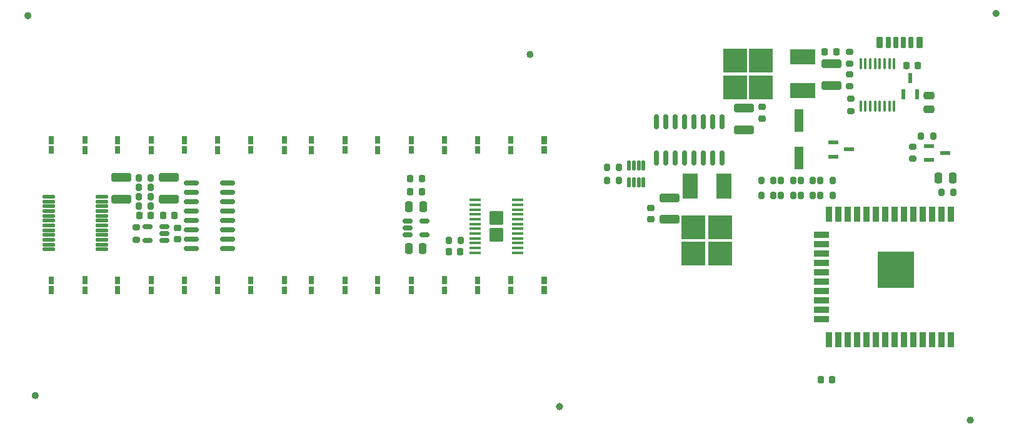
<source format=gtp>
G04 #@! TF.GenerationSoftware,KiCad,Pcbnew,(6.0.5-0)*
G04 #@! TF.CreationDate,2022-10-09T22:32:15+09:00*
G04 #@! TF.ProjectId,qLAMP-main,714c414d-502d-46d6-9169-6e2e6b696361,rev?*
G04 #@! TF.SameCoordinates,Original*
G04 #@! TF.FileFunction,Paste,Top*
G04 #@! TF.FilePolarity,Positive*
%FSLAX46Y46*%
G04 Gerber Fmt 4.6, Leading zero omitted, Abs format (unit mm)*
G04 Created by KiCad (PCBNEW (6.0.5-0)) date 2022-10-09 22:32:15*
%MOMM*%
%LPD*%
G01*
G04 APERTURE LIST*
G04 Aperture macros list*
%AMRoundRect*
0 Rectangle with rounded corners*
0 $1 Rounding radius*
0 $2 $3 $4 $5 $6 $7 $8 $9 X,Y pos of 4 corners*
0 Add a 4 corners polygon primitive as box body*
4,1,4,$2,$3,$4,$5,$6,$7,$8,$9,$2,$3,0*
0 Add four circle primitives for the rounded corners*
1,1,$1+$1,$2,$3*
1,1,$1+$1,$4,$5*
1,1,$1+$1,$6,$7*
1,1,$1+$1,$8,$9*
0 Add four rect primitives between the rounded corners*
20,1,$1+$1,$2,$3,$4,$5,0*
20,1,$1+$1,$4,$5,$6,$7,0*
20,1,$1+$1,$6,$7,$8,$9,0*
20,1,$1+$1,$8,$9,$2,$3,0*%
G04 Aperture macros list end*
%ADD10C,0.475000*%
%ADD11C,0.120000*%
%ADD12RoundRect,0.100000X-0.100000X0.637500X-0.100000X-0.637500X0.100000X-0.637500X0.100000X0.637500X0*%
%ADD13RoundRect,0.150000X-0.512500X-0.150000X0.512500X-0.150000X0.512500X0.150000X-0.512500X0.150000X0*%
%ADD14RoundRect,0.250000X-0.250000X-0.475000X0.250000X-0.475000X0.250000X0.475000X-0.250000X0.475000X0*%
%ADD15R,1.219200X3.098800*%
%ADD16RoundRect,0.225000X-0.225000X-0.250000X0.225000X-0.250000X0.225000X0.250000X-0.225000X0.250000X0*%
%ADD17RoundRect,0.250000X1.100000X-0.325000X1.100000X0.325000X-1.100000X0.325000X-1.100000X-0.325000X0*%
%ADD18RoundRect,0.225000X0.250000X-0.225000X0.250000X0.225000X-0.250000X0.225000X-0.250000X-0.225000X0*%
%ADD19RoundRect,0.250000X-1.100000X0.325000X-1.100000X-0.325000X1.100000X-0.325000X1.100000X0.325000X0*%
%ADD20RoundRect,0.225000X-0.250000X0.225000X-0.250000X-0.225000X0.250000X-0.225000X0.250000X0.225000X0*%
%ADD21RoundRect,0.250000X0.250000X0.475000X-0.250000X0.475000X-0.250000X-0.475000X0.250000X-0.475000X0*%
%ADD22RoundRect,0.109795X0.765205X0.109794X-0.765205X0.109794X-0.765205X-0.109794X0.765205X-0.109794X0*%
%ADD23RoundRect,0.109795X0.109795X-0.552705X0.109795X0.552705X-0.109795X0.552705X-0.109795X-0.552705X0*%
%ADD24RoundRect,0.150000X0.512500X0.150000X-0.512500X0.150000X-0.512500X-0.150000X0.512500X-0.150000X0*%
%ADD25RoundRect,0.200000X-0.200000X-0.275000X0.200000X-0.275000X0.200000X0.275000X-0.200000X0.275000X0*%
%ADD26RoundRect,0.150000X-0.150000X0.825000X-0.150000X-0.825000X0.150000X-0.825000X0.150000X0.825000X0*%
%ADD27R,1.320800X0.558800*%
%ADD28R,0.558800X1.320800*%
%ADD29RoundRect,0.250000X0.715000X0.695000X-0.715000X0.695000X-0.715000X-0.695000X0.715000X-0.695000X0*%
%ADD30RoundRect,0.100000X0.687500X0.100000X-0.687500X0.100000X-0.687500X-0.100000X0.687500X-0.100000X0*%
%ADD31RoundRect,0.200000X0.200000X0.275000X-0.200000X0.275000X-0.200000X-0.275000X0.200000X-0.275000X0*%
%ADD32RoundRect,0.200000X-0.275000X0.200000X-0.275000X-0.200000X0.275000X-0.200000X0.275000X0.200000X0*%
%ADD33RoundRect,0.225000X0.225000X0.250000X-0.225000X0.250000X-0.225000X-0.250000X0.225000X-0.250000X0*%
%ADD34RoundRect,0.100000X0.250000X0.650000X-0.250000X0.650000X-0.250000X-0.650000X0.250000X-0.650000X0*%
%ADD35RoundRect,0.100000X0.300000X0.650000X-0.300000X0.650000X-0.300000X-0.650000X0.300000X-0.650000X0*%
%ADD36RoundRect,0.150000X-0.825000X-0.150000X0.825000X-0.150000X0.825000X0.150000X-0.825000X0.150000X0*%
%ADD37RoundRect,0.250000X0.475000X-0.250000X0.475000X0.250000X-0.475000X0.250000X-0.475000X-0.250000X0*%
%ADD38R,0.900000X2.000000*%
%ADD39R,2.000000X0.900000*%
%ADD40R,5.000000X5.000000*%
%ADD41R,3.300000X3.300000*%
%ADD42R,3.500000X2.000000*%
%ADD43R,2.000000X3.500000*%
%ADD44RoundRect,0.200000X0.275000X-0.200000X0.275000X0.200000X-0.275000X0.200000X-0.275000X-0.200000X0*%
G04 APERTURE END LIST*
D10*
X148473500Y-128000000D02*
G75*
G03*
X148473500Y-128000000I-237500J0D01*
G01*
X77473500Y-126500000D02*
G75*
G03*
X77473500Y-126500000I-237500J0D01*
G01*
X76473500Y-75000000D02*
G75*
G03*
X76473500Y-75000000I-237500J0D01*
G01*
X204097500Y-129840000D02*
G75*
G03*
X204097500Y-129840000I-237500J0D01*
G01*
X144475700Y-80249000D02*
G75*
G03*
X144475700Y-80249000I-237500J0D01*
G01*
X207587500Y-74695000D02*
G75*
G03*
X207587500Y-74695000I-237500J0D01*
G01*
G36*
X123892203Y-111301631D02*
G01*
X123292203Y-111301631D01*
X123292203Y-110301631D01*
X123892203Y-110301631D01*
X123892203Y-111301631D01*
G37*
D11*
X123892203Y-111301631D02*
X123292203Y-111301631D01*
X123292203Y-110301631D01*
X123892203Y-110301631D01*
X123892203Y-111301631D01*
G36*
X128422203Y-112651631D02*
G01*
X127822203Y-112651631D01*
X127822203Y-111651631D01*
X128422203Y-111651631D01*
X128422203Y-112651631D01*
G37*
X128422203Y-112651631D02*
X127822203Y-112651631D01*
X127822203Y-111651631D01*
X128422203Y-111651631D01*
X128422203Y-112651631D01*
G36*
X123892203Y-112701631D02*
G01*
X123292203Y-112701631D01*
X123292203Y-111701631D01*
X123892203Y-111701631D01*
X123892203Y-112701631D01*
G37*
X123892203Y-112701631D02*
X123292203Y-112701631D01*
X123292203Y-111701631D01*
X123892203Y-111701631D01*
X123892203Y-112701631D01*
G36*
X128422203Y-111351631D02*
G01*
X127822203Y-111351631D01*
X127822203Y-110351631D01*
X128422203Y-110351631D01*
X128422203Y-111351631D01*
G37*
X128422203Y-111351631D02*
X127822203Y-111351631D01*
X127822203Y-110351631D01*
X128422203Y-110351631D01*
X128422203Y-111351631D01*
G36*
X132892211Y-93702076D02*
G01*
X132292211Y-93702076D01*
X132292211Y-92702076D01*
X132892211Y-92702076D01*
X132892211Y-93702076D01*
G37*
X132892211Y-93702076D02*
X132292211Y-93702076D01*
X132292211Y-92702076D01*
X132892211Y-92702076D01*
X132892211Y-93702076D01*
G36*
X137422211Y-93652076D02*
G01*
X136822211Y-93652076D01*
X136822211Y-92652076D01*
X137422211Y-92652076D01*
X137422211Y-93652076D01*
G37*
X137422211Y-93652076D02*
X136822211Y-93652076D01*
X136822211Y-92652076D01*
X137422211Y-92652076D01*
X137422211Y-93652076D01*
G36*
X132892211Y-92302076D02*
G01*
X132292211Y-92302076D01*
X132292211Y-91302076D01*
X132892211Y-91302076D01*
X132892211Y-92302076D01*
G37*
X132892211Y-92302076D02*
X132292211Y-92302076D01*
X132292211Y-91302076D01*
X132892211Y-91302076D01*
X132892211Y-92302076D01*
G36*
X137422211Y-92352076D02*
G01*
X136822211Y-92352076D01*
X136822211Y-91352076D01*
X137422211Y-91352076D01*
X137422211Y-92352076D01*
G37*
X137422211Y-92352076D02*
X136822211Y-92352076D01*
X136822211Y-91352076D01*
X137422211Y-91352076D01*
X137422211Y-92352076D01*
G36*
X97672215Y-112651631D02*
G01*
X97072215Y-112651631D01*
X97072215Y-111651631D01*
X97672215Y-111651631D01*
X97672215Y-112651631D01*
G37*
X97672215Y-112651631D02*
X97072215Y-112651631D01*
X97072215Y-111651631D01*
X97672215Y-111651631D01*
X97672215Y-112651631D01*
G36*
X97672215Y-111351631D02*
G01*
X97072215Y-111351631D01*
X97072215Y-110351631D01*
X97672215Y-110351631D01*
X97672215Y-111351631D01*
G37*
X97672215Y-111351631D02*
X97072215Y-111351631D01*
X97072215Y-110351631D01*
X97672215Y-110351631D01*
X97672215Y-111351631D01*
G36*
X102202215Y-111301631D02*
G01*
X101602215Y-111301631D01*
X101602215Y-110301631D01*
X102202215Y-110301631D01*
X102202215Y-111301631D01*
G37*
X102202215Y-111301631D02*
X101602215Y-111301631D01*
X101602215Y-110301631D01*
X102202215Y-110301631D01*
X102202215Y-111301631D01*
G36*
X102202215Y-112701631D02*
G01*
X101602215Y-112701631D01*
X101602215Y-111701631D01*
X102202215Y-111701631D01*
X102202215Y-112701631D01*
G37*
X102202215Y-112701631D02*
X101602215Y-112701631D01*
X101602215Y-111701631D01*
X102202215Y-111701631D01*
X102202215Y-112701631D01*
G36*
X97672215Y-92352076D02*
G01*
X97072215Y-92352076D01*
X97072215Y-91352076D01*
X97672215Y-91352076D01*
X97672215Y-92352076D01*
G37*
X97672215Y-92352076D02*
X97072215Y-92352076D01*
X97072215Y-91352076D01*
X97672215Y-91352076D01*
X97672215Y-92352076D01*
G36*
X102202215Y-92302076D02*
G01*
X101602215Y-92302076D01*
X101602215Y-91302076D01*
X102202215Y-91302076D01*
X102202215Y-92302076D01*
G37*
X102202215Y-92302076D02*
X101602215Y-92302076D01*
X101602215Y-91302076D01*
X102202215Y-91302076D01*
X102202215Y-92302076D01*
G36*
X97672215Y-93652076D02*
G01*
X97072215Y-93652076D01*
X97072215Y-92652076D01*
X97672215Y-92652076D01*
X97672215Y-93652076D01*
G37*
X97672215Y-93652076D02*
X97072215Y-93652076D01*
X97072215Y-92652076D01*
X97672215Y-92652076D01*
X97672215Y-93652076D01*
G36*
X102202215Y-93702076D02*
G01*
X101602215Y-93702076D01*
X101602215Y-92702076D01*
X102202215Y-92702076D01*
X102202215Y-93702076D01*
G37*
X102202215Y-93702076D02*
X101602215Y-93702076D01*
X101602215Y-92702076D01*
X102202215Y-92702076D01*
X102202215Y-93702076D01*
G36*
X84202200Y-111301631D02*
G01*
X83602200Y-111301631D01*
X83602200Y-110301631D01*
X84202200Y-110301631D01*
X84202200Y-111301631D01*
G37*
X84202200Y-111301631D02*
X83602200Y-111301631D01*
X83602200Y-110301631D01*
X84202200Y-110301631D01*
X84202200Y-111301631D01*
G36*
X84202200Y-112701631D02*
G01*
X83602200Y-112701631D01*
X83602200Y-111701631D01*
X84202200Y-111701631D01*
X84202200Y-112701631D01*
G37*
X84202200Y-112701631D02*
X83602200Y-112701631D01*
X83602200Y-111701631D01*
X84202200Y-111701631D01*
X84202200Y-112701631D01*
G36*
X79672200Y-112651631D02*
G01*
X79072200Y-112651631D01*
X79072200Y-111651631D01*
X79672200Y-111651631D01*
X79672200Y-112651631D01*
G37*
X79672200Y-112651631D02*
X79072200Y-112651631D01*
X79072200Y-111651631D01*
X79672200Y-111651631D01*
X79672200Y-112651631D01*
G36*
X79672200Y-111351631D02*
G01*
X79072200Y-111351631D01*
X79072200Y-110351631D01*
X79672200Y-110351631D01*
X79672200Y-111351631D01*
G37*
X79672200Y-111351631D02*
X79072200Y-111351631D01*
X79072200Y-110351631D01*
X79672200Y-110351631D01*
X79672200Y-111351631D01*
G36*
X119422221Y-112651631D02*
G01*
X118822221Y-112651631D01*
X118822221Y-111651631D01*
X119422221Y-111651631D01*
X119422221Y-112651631D01*
G37*
X119422221Y-112651631D02*
X118822221Y-112651631D01*
X118822221Y-111651631D01*
X119422221Y-111651631D01*
X119422221Y-112651631D01*
G36*
X114892221Y-111301631D02*
G01*
X114292221Y-111301631D01*
X114292221Y-110301631D01*
X114892221Y-110301631D01*
X114892221Y-111301631D01*
G37*
X114892221Y-111301631D02*
X114292221Y-111301631D01*
X114292221Y-110301631D01*
X114892221Y-110301631D01*
X114892221Y-111301631D01*
G36*
X114892221Y-112701631D02*
G01*
X114292221Y-112701631D01*
X114292221Y-111701631D01*
X114892221Y-111701631D01*
X114892221Y-112701631D01*
G37*
X114892221Y-112701631D02*
X114292221Y-112701631D01*
X114292221Y-111701631D01*
X114892221Y-111701631D01*
X114892221Y-112701631D01*
G36*
X119422221Y-111351631D02*
G01*
X118822221Y-111351631D01*
X118822221Y-110351631D01*
X119422221Y-110351631D01*
X119422221Y-111351631D01*
G37*
X119422221Y-111351631D02*
X118822221Y-111351631D01*
X118822221Y-110351631D01*
X119422221Y-110351631D01*
X119422221Y-111351631D01*
G36*
X111202222Y-112701631D02*
G01*
X110602222Y-112701631D01*
X110602222Y-111701631D01*
X111202222Y-111701631D01*
X111202222Y-112701631D01*
G37*
X111202222Y-112701631D02*
X110602222Y-112701631D01*
X110602222Y-111701631D01*
X111202222Y-111701631D01*
X111202222Y-112701631D01*
G36*
X106672222Y-111351631D02*
G01*
X106072222Y-111351631D01*
X106072222Y-110351631D01*
X106672222Y-110351631D01*
X106672222Y-111351631D01*
G37*
X106672222Y-111351631D02*
X106072222Y-111351631D01*
X106072222Y-110351631D01*
X106672222Y-110351631D01*
X106672222Y-111351631D01*
G36*
X111202222Y-111301631D02*
G01*
X110602222Y-111301631D01*
X110602222Y-110301631D01*
X111202222Y-110301631D01*
X111202222Y-111301631D01*
G37*
X111202222Y-111301631D02*
X110602222Y-111301631D01*
X110602222Y-110301631D01*
X111202222Y-110301631D01*
X111202222Y-111301631D01*
G36*
X106672222Y-112651631D02*
G01*
X106072222Y-112651631D01*
X106072222Y-111651631D01*
X106672222Y-111651631D01*
X106672222Y-112651631D01*
G37*
X106672222Y-112651631D02*
X106072222Y-112651631D01*
X106072222Y-111651631D01*
X106672222Y-111651631D01*
X106672222Y-112651631D01*
G36*
X114892221Y-92302076D02*
G01*
X114292221Y-92302076D01*
X114292221Y-91302076D01*
X114892221Y-91302076D01*
X114892221Y-92302076D01*
G37*
X114892221Y-92302076D02*
X114292221Y-92302076D01*
X114292221Y-91302076D01*
X114892221Y-91302076D01*
X114892221Y-92302076D01*
G36*
X119422221Y-93652076D02*
G01*
X118822221Y-93652076D01*
X118822221Y-92652076D01*
X119422221Y-92652076D01*
X119422221Y-93652076D01*
G37*
X119422221Y-93652076D02*
X118822221Y-93652076D01*
X118822221Y-92652076D01*
X119422221Y-92652076D01*
X119422221Y-93652076D01*
G36*
X114892221Y-93702076D02*
G01*
X114292221Y-93702076D01*
X114292221Y-92702076D01*
X114892221Y-92702076D01*
X114892221Y-93702076D01*
G37*
X114892221Y-93702076D02*
X114292221Y-93702076D01*
X114292221Y-92702076D01*
X114892221Y-92702076D01*
X114892221Y-93702076D01*
G36*
X119422221Y-92352076D02*
G01*
X118822221Y-92352076D01*
X118822221Y-91352076D01*
X119422221Y-91352076D01*
X119422221Y-92352076D01*
G37*
X119422221Y-92352076D02*
X118822221Y-92352076D01*
X118822221Y-91352076D01*
X119422221Y-91352076D01*
X119422221Y-92352076D01*
G36*
X106672222Y-93652076D02*
G01*
X106072222Y-93652076D01*
X106072222Y-92652076D01*
X106672222Y-92652076D01*
X106672222Y-93652076D01*
G37*
X106672222Y-93652076D02*
X106072222Y-93652076D01*
X106072222Y-92652076D01*
X106672222Y-92652076D01*
X106672222Y-93652076D01*
G36*
X106672222Y-92352076D02*
G01*
X106072222Y-92352076D01*
X106072222Y-91352076D01*
X106672222Y-91352076D01*
X106672222Y-92352076D01*
G37*
X106672222Y-92352076D02*
X106072222Y-92352076D01*
X106072222Y-91352076D01*
X106672222Y-91352076D01*
X106672222Y-92352076D01*
G36*
X111202222Y-93702076D02*
G01*
X110602222Y-93702076D01*
X110602222Y-92702076D01*
X111202222Y-92702076D01*
X111202222Y-93702076D01*
G37*
X111202222Y-93702076D02*
X110602222Y-93702076D01*
X110602222Y-92702076D01*
X111202222Y-92702076D01*
X111202222Y-93702076D01*
G36*
X111202222Y-92302076D02*
G01*
X110602222Y-92302076D01*
X110602222Y-91302076D01*
X111202222Y-91302076D01*
X111202222Y-92302076D01*
G37*
X111202222Y-92302076D02*
X110602222Y-92302076D01*
X110602222Y-91302076D01*
X111202222Y-91302076D01*
X111202222Y-92302076D01*
G36*
X88672208Y-111351631D02*
G01*
X88072208Y-111351631D01*
X88072208Y-110351631D01*
X88672208Y-110351631D01*
X88672208Y-111351631D01*
G37*
X88672208Y-111351631D02*
X88072208Y-111351631D01*
X88072208Y-110351631D01*
X88672208Y-110351631D01*
X88672208Y-111351631D01*
G36*
X93202208Y-111301631D02*
G01*
X92602208Y-111301631D01*
X92602208Y-110301631D01*
X93202208Y-110301631D01*
X93202208Y-111301631D01*
G37*
X93202208Y-111301631D02*
X92602208Y-111301631D01*
X92602208Y-110301631D01*
X93202208Y-110301631D01*
X93202208Y-111301631D01*
G36*
X88672208Y-112651631D02*
G01*
X88072208Y-112651631D01*
X88072208Y-111651631D01*
X88672208Y-111651631D01*
X88672208Y-112651631D01*
G37*
X88672208Y-112651631D02*
X88072208Y-112651631D01*
X88072208Y-111651631D01*
X88672208Y-111651631D01*
X88672208Y-112651631D01*
G36*
X93202208Y-112701631D02*
G01*
X92602208Y-112701631D01*
X92602208Y-111701631D01*
X93202208Y-111701631D01*
X93202208Y-112701631D01*
G37*
X93202208Y-112701631D02*
X92602208Y-112701631D01*
X92602208Y-111701631D01*
X93202208Y-111701631D01*
X93202208Y-112701631D01*
G36*
X123892203Y-92302076D02*
G01*
X123292203Y-92302076D01*
X123292203Y-91302076D01*
X123892203Y-91302076D01*
X123892203Y-92302076D01*
G37*
X123892203Y-92302076D02*
X123292203Y-92302076D01*
X123292203Y-91302076D01*
X123892203Y-91302076D01*
X123892203Y-92302076D01*
G36*
X128422203Y-93652076D02*
G01*
X127822203Y-93652076D01*
X127822203Y-92652076D01*
X128422203Y-92652076D01*
X128422203Y-93652076D01*
G37*
X128422203Y-93652076D02*
X127822203Y-93652076D01*
X127822203Y-92652076D01*
X128422203Y-92652076D01*
X128422203Y-93652076D01*
G36*
X128422203Y-92352076D02*
G01*
X127822203Y-92352076D01*
X127822203Y-91352076D01*
X128422203Y-91352076D01*
X128422203Y-92352076D01*
G37*
X128422203Y-92352076D02*
X127822203Y-92352076D01*
X127822203Y-91352076D01*
X128422203Y-91352076D01*
X128422203Y-92352076D01*
G36*
X123892203Y-93702076D02*
G01*
X123292203Y-93702076D01*
X123292203Y-92702076D01*
X123892203Y-92702076D01*
X123892203Y-93702076D01*
G37*
X123892203Y-93702076D02*
X123292203Y-93702076D01*
X123292203Y-92702076D01*
X123892203Y-92702076D01*
X123892203Y-93702076D01*
G36*
X146422218Y-111351631D02*
G01*
X145822218Y-111351631D01*
X145822218Y-110351631D01*
X146422218Y-110351631D01*
X146422218Y-111351631D01*
G37*
X146422218Y-111351631D02*
X145822218Y-111351631D01*
X145822218Y-110351631D01*
X146422218Y-110351631D01*
X146422218Y-111351631D01*
G36*
X146422218Y-112651631D02*
G01*
X145822218Y-112651631D01*
X145822218Y-111651631D01*
X146422218Y-111651631D01*
X146422218Y-112651631D01*
G37*
X146422218Y-112651631D02*
X145822218Y-112651631D01*
X145822218Y-111651631D01*
X146422218Y-111651631D01*
X146422218Y-112651631D01*
G36*
X141892218Y-112701631D02*
G01*
X141292218Y-112701631D01*
X141292218Y-111701631D01*
X141892218Y-111701631D01*
X141892218Y-112701631D01*
G37*
X141892218Y-112701631D02*
X141292218Y-112701631D01*
X141292218Y-111701631D01*
X141892218Y-111701631D01*
X141892218Y-112701631D01*
G36*
X141892218Y-111301631D02*
G01*
X141292218Y-111301631D01*
X141292218Y-110301631D01*
X141892218Y-110301631D01*
X141892218Y-111301631D01*
G37*
X141892218Y-111301631D02*
X141292218Y-111301631D01*
X141292218Y-110301631D01*
X141892218Y-110301631D01*
X141892218Y-111301631D01*
G36*
X93202208Y-92302076D02*
G01*
X92602208Y-92302076D01*
X92602208Y-91302076D01*
X93202208Y-91302076D01*
X93202208Y-92302076D01*
G37*
X93202208Y-92302076D02*
X92602208Y-92302076D01*
X92602208Y-91302076D01*
X93202208Y-91302076D01*
X93202208Y-92302076D01*
G36*
X93202208Y-93702076D02*
G01*
X92602208Y-93702076D01*
X92602208Y-92702076D01*
X93202208Y-92702076D01*
X93202208Y-93702076D01*
G37*
X93202208Y-93702076D02*
X92602208Y-93702076D01*
X92602208Y-92702076D01*
X93202208Y-92702076D01*
X93202208Y-93702076D01*
G36*
X88672208Y-93652076D02*
G01*
X88072208Y-93652076D01*
X88072208Y-92652076D01*
X88672208Y-92652076D01*
X88672208Y-93652076D01*
G37*
X88672208Y-93652076D02*
X88072208Y-93652076D01*
X88072208Y-92652076D01*
X88672208Y-92652076D01*
X88672208Y-93652076D01*
G36*
X88672208Y-92352076D02*
G01*
X88072208Y-92352076D01*
X88072208Y-91352076D01*
X88672208Y-91352076D01*
X88672208Y-92352076D01*
G37*
X88672208Y-92352076D02*
X88072208Y-92352076D01*
X88072208Y-91352076D01*
X88672208Y-91352076D01*
X88672208Y-92352076D01*
G36*
X146422218Y-92352076D02*
G01*
X145822218Y-92352076D01*
X145822218Y-91352076D01*
X146422218Y-91352076D01*
X146422218Y-92352076D01*
G37*
X146422218Y-92352076D02*
X145822218Y-92352076D01*
X145822218Y-91352076D01*
X146422218Y-91352076D01*
X146422218Y-92352076D01*
G36*
X146422218Y-93652076D02*
G01*
X145822218Y-93652076D01*
X145822218Y-92652076D01*
X146422218Y-92652076D01*
X146422218Y-93652076D01*
G37*
X146422218Y-93652076D02*
X145822218Y-93652076D01*
X145822218Y-92652076D01*
X146422218Y-92652076D01*
X146422218Y-93652076D01*
G36*
X141892218Y-92302076D02*
G01*
X141292218Y-92302076D01*
X141292218Y-91302076D01*
X141892218Y-91302076D01*
X141892218Y-92302076D01*
G37*
X141892218Y-92302076D02*
X141292218Y-92302076D01*
X141292218Y-91302076D01*
X141892218Y-91302076D01*
X141892218Y-92302076D01*
G36*
X141892218Y-93702076D02*
G01*
X141292218Y-93702076D01*
X141292218Y-92702076D01*
X141892218Y-92702076D01*
X141892218Y-93702076D01*
G37*
X141892218Y-93702076D02*
X141292218Y-93702076D01*
X141292218Y-92702076D01*
X141892218Y-92702076D01*
X141892218Y-93702076D01*
G36*
X84202200Y-92302076D02*
G01*
X83602200Y-92302076D01*
X83602200Y-91302076D01*
X84202200Y-91302076D01*
X84202200Y-92302076D01*
G37*
X84202200Y-92302076D02*
X83602200Y-92302076D01*
X83602200Y-91302076D01*
X84202200Y-91302076D01*
X84202200Y-92302076D01*
G36*
X79672200Y-93652076D02*
G01*
X79072200Y-93652076D01*
X79072200Y-92652076D01*
X79672200Y-92652076D01*
X79672200Y-93652076D01*
G37*
X79672200Y-93652076D02*
X79072200Y-93652076D01*
X79072200Y-92652076D01*
X79672200Y-92652076D01*
X79672200Y-93652076D01*
G36*
X79672200Y-92352076D02*
G01*
X79072200Y-92352076D01*
X79072200Y-91352076D01*
X79672200Y-91352076D01*
X79672200Y-92352076D01*
G37*
X79672200Y-92352076D02*
X79072200Y-92352076D01*
X79072200Y-91352076D01*
X79672200Y-91352076D01*
X79672200Y-92352076D01*
G36*
X84202200Y-93702076D02*
G01*
X83602200Y-93702076D01*
X83602200Y-92702076D01*
X84202200Y-92702076D01*
X84202200Y-93702076D01*
G37*
X84202200Y-93702076D02*
X83602200Y-93702076D01*
X83602200Y-92702076D01*
X84202200Y-92702076D01*
X84202200Y-93702076D01*
G36*
X132892211Y-111301631D02*
G01*
X132292211Y-111301631D01*
X132292211Y-110301631D01*
X132892211Y-110301631D01*
X132892211Y-111301631D01*
G37*
X132892211Y-111301631D02*
X132292211Y-111301631D01*
X132292211Y-110301631D01*
X132892211Y-110301631D01*
X132892211Y-111301631D01*
G36*
X132892211Y-112701631D02*
G01*
X132292211Y-112701631D01*
X132292211Y-111701631D01*
X132892211Y-111701631D01*
X132892211Y-112701631D01*
G37*
X132892211Y-112701631D02*
X132292211Y-112701631D01*
X132292211Y-111701631D01*
X132892211Y-111701631D01*
X132892211Y-112701631D01*
G36*
X137422211Y-111351631D02*
G01*
X136822211Y-111351631D01*
X136822211Y-110351631D01*
X137422211Y-110351631D01*
X137422211Y-111351631D01*
G37*
X137422211Y-111351631D02*
X136822211Y-111351631D01*
X136822211Y-110351631D01*
X137422211Y-110351631D01*
X137422211Y-111351631D01*
G36*
X137422211Y-112651631D02*
G01*
X136822211Y-112651631D01*
X136822211Y-111651631D01*
X137422211Y-111651631D01*
X137422211Y-112651631D01*
G37*
X137422211Y-112651631D02*
X136822211Y-112651631D01*
X136822211Y-111651631D01*
X137422211Y-111651631D01*
X137422211Y-112651631D01*
D12*
X193553292Y-81537300D03*
X192903292Y-81537300D03*
X192253292Y-81537300D03*
X191603292Y-81537300D03*
X190953292Y-81537300D03*
X190303292Y-81537300D03*
X189653292Y-81537300D03*
X189003292Y-81537300D03*
X189003292Y-87262300D03*
X189653292Y-87262300D03*
X190303292Y-87262300D03*
X190953292Y-87262300D03*
X191603292Y-87262300D03*
X192253292Y-87262300D03*
X192903292Y-87262300D03*
X193553292Y-87262300D03*
D13*
X127665878Y-102840011D03*
X127665878Y-103790011D03*
X127665878Y-104740011D03*
X129940878Y-104740011D03*
X129940878Y-102840011D03*
D14*
X127853378Y-100919989D03*
X129753378Y-100919989D03*
D15*
X180659989Y-89207289D03*
X180659989Y-94312689D03*
D16*
X128028376Y-98850000D03*
X129578376Y-98850000D03*
D17*
X173230000Y-90475000D03*
X173230000Y-87525000D03*
D18*
X175700000Y-88945000D03*
X175700000Y-87395000D03*
D19*
X185060000Y-81515000D03*
X185060000Y-84465000D03*
D20*
X160570000Y-101065000D03*
X160570000Y-102615000D03*
D21*
X129733376Y-106560000D03*
X127833376Y-106560000D03*
D16*
X195195000Y-81780000D03*
X196745000Y-81780000D03*
D17*
X95290005Y-99884989D03*
X95290005Y-96934989D03*
D22*
X86295999Y-106695011D03*
X86295999Y-106045013D03*
X86295999Y-105395012D03*
X86295999Y-104745012D03*
X86295999Y-104095012D03*
X86295999Y-103445012D03*
X86295999Y-102795012D03*
X86295999Y-102145012D03*
X86295999Y-101495012D03*
X86295999Y-100845012D03*
X86295999Y-100195011D03*
X86295999Y-99545013D03*
X79095999Y-99545013D03*
X79095999Y-100195011D03*
X79095999Y-100845012D03*
X79095999Y-101495012D03*
X79095999Y-102145012D03*
X79095999Y-102795012D03*
X79095999Y-103445012D03*
X79095999Y-104095012D03*
X79095999Y-104745012D03*
X79095999Y-105395012D03*
X79095999Y-106045013D03*
X79095999Y-106695011D03*
D20*
X96469200Y-103754992D03*
X96469200Y-105304992D03*
D16*
X183625000Y-124360000D03*
X185175000Y-124360000D03*
X91300000Y-102108000D03*
X92850000Y-102108000D03*
D23*
X157664993Y-97555900D03*
X158314993Y-97555900D03*
X158964993Y-97555900D03*
X159614993Y-97555900D03*
X159614993Y-95280900D03*
X158964993Y-95280900D03*
X158314993Y-95280900D03*
X157664993Y-95280900D03*
D24*
X94736500Y-105479992D03*
X94736500Y-104529992D03*
X94736500Y-103579992D03*
X92461500Y-103579992D03*
X92461500Y-105479992D03*
D25*
X154665012Y-95529400D03*
X156315012Y-95529400D03*
X154665012Y-97307400D03*
X156315012Y-97307400D03*
D26*
X170255000Y-89375000D03*
X168985000Y-89375000D03*
X167715000Y-89375000D03*
X166445000Y-89375000D03*
X165175000Y-89375000D03*
X163905000Y-89375000D03*
X162635000Y-89375000D03*
X161365000Y-89375000D03*
X161365000Y-94325000D03*
X162635000Y-94325000D03*
X163905000Y-94325000D03*
X165175000Y-94325000D03*
X166445000Y-94325000D03*
X167715000Y-94325000D03*
X168985000Y-94325000D03*
X170255000Y-94325000D03*
D16*
X128028376Y-97050000D03*
X129578376Y-97050000D03*
D27*
X198277800Y-92670200D03*
X198277800Y-94549800D03*
X200462200Y-93610000D03*
X185287800Y-92210200D03*
X185287800Y-94089800D03*
X187472200Y-93150000D03*
D28*
X194820200Y-85652200D03*
X196699800Y-85652200D03*
X195760000Y-83467800D03*
D29*
X139677500Y-104743000D03*
X139677500Y-102403000D03*
D30*
X142540000Y-107148000D03*
X142540000Y-106498000D03*
X142540000Y-105848000D03*
X142540000Y-105198000D03*
X142540000Y-104548000D03*
X142540000Y-103898000D03*
X142540000Y-103248000D03*
X142540000Y-102598000D03*
X142540000Y-101948000D03*
X142540000Y-101298000D03*
X142540000Y-100648000D03*
X142540000Y-99998000D03*
X136815000Y-99998000D03*
X136815000Y-100648000D03*
X136815000Y-101298000D03*
X136815000Y-101948000D03*
X136815000Y-102598000D03*
X136815000Y-103248000D03*
X136815000Y-103898000D03*
X136815000Y-104548000D03*
X136815000Y-105198000D03*
X136815000Y-105848000D03*
X136815000Y-106498000D03*
X136815000Y-107148000D03*
D31*
X185226000Y-97360000D03*
X183576000Y-97360000D03*
D21*
X201475000Y-97020000D03*
X199575000Y-97020000D03*
D31*
X198845000Y-91305000D03*
X197195000Y-91305000D03*
D25*
X175575000Y-97360000D03*
X177225000Y-97360000D03*
D32*
X187500006Y-79896200D03*
X187500006Y-81546200D03*
X187500006Y-82944200D03*
X187500006Y-84594200D03*
X196100000Y-92745000D03*
X196100000Y-94395000D03*
D25*
X178242000Y-97360000D03*
X179892000Y-97360000D03*
D31*
X134865000Y-105430000D03*
X133215000Y-105430000D03*
X201575000Y-98940000D03*
X199925000Y-98940000D03*
D32*
X187680000Y-86275000D03*
X187680000Y-87925000D03*
D33*
X134815000Y-107000000D03*
X133265000Y-107000000D03*
D19*
X163100000Y-99685000D03*
X163100000Y-102635000D03*
D16*
X184175000Y-79870000D03*
X185725000Y-79870000D03*
D25*
X183576000Y-99392000D03*
X185226000Y-99392000D03*
D31*
X179892000Y-99392000D03*
X178242000Y-99392000D03*
D34*
X194788290Y-78669782D03*
X192788290Y-78669782D03*
D35*
X191588290Y-78669782D03*
D34*
X193788290Y-78669782D03*
X195788290Y-78669782D03*
D35*
X196988290Y-78669782D03*
D19*
X88859995Y-96934989D03*
X88859995Y-99884989D03*
D36*
X98325000Y-97665000D03*
X98325000Y-98935000D03*
X98325000Y-100205000D03*
X98325000Y-101475000D03*
X98325000Y-102745000D03*
X98325000Y-104015000D03*
X98325000Y-105285000D03*
X98325000Y-106555000D03*
X103275000Y-106555000D03*
X103275000Y-105285000D03*
X103275000Y-104015000D03*
X103275000Y-102745000D03*
X103275000Y-101475000D03*
X103275000Y-100205000D03*
X103275000Y-98935000D03*
X103275000Y-97665000D03*
D31*
X92900000Y-99568000D03*
X91250000Y-99568000D03*
X92900000Y-97028000D03*
X91250000Y-97028000D03*
D37*
X198308292Y-87719800D03*
X198308292Y-85819800D03*
D38*
X201261000Y-101920000D03*
X199991000Y-101920000D03*
X198721000Y-101920000D03*
X197451000Y-101920000D03*
X196181000Y-101920000D03*
X194911000Y-101920000D03*
X193641000Y-101920000D03*
X192371000Y-101920000D03*
X191101000Y-101920000D03*
X189831000Y-101920000D03*
X188561000Y-101920000D03*
X187291000Y-101920000D03*
X186021000Y-101920000D03*
X184751000Y-101920000D03*
D39*
X183751000Y-104705000D03*
X183751000Y-105975000D03*
X183751000Y-107245000D03*
X183751000Y-108515000D03*
X183751000Y-109785000D03*
X183751000Y-111055000D03*
X183751000Y-112325000D03*
X183751000Y-113595000D03*
X183751000Y-114865000D03*
X183751000Y-116135000D03*
D38*
X184751000Y-118920000D03*
X186021000Y-118920000D03*
X187291000Y-118920000D03*
X188561000Y-118920000D03*
X189831000Y-118920000D03*
X191101000Y-118920000D03*
X192371000Y-118920000D03*
X193641000Y-118920000D03*
X194911000Y-118920000D03*
X196181000Y-118920000D03*
X197451000Y-118920000D03*
X198721000Y-118920000D03*
X199991000Y-118920000D03*
X201261000Y-118920000D03*
D40*
X193761000Y-109420000D03*
D31*
X182559000Y-97360000D03*
X180909000Y-97360000D03*
D33*
X96065005Y-102108000D03*
X94515005Y-102108000D03*
D25*
X91250000Y-98298000D03*
X92900000Y-98298000D03*
D31*
X177225000Y-99392000D03*
X175575000Y-99392000D03*
D41*
X171990000Y-81090000D03*
X171990000Y-84690000D03*
X175540000Y-81090000D03*
X175540000Y-84690000D03*
D42*
X181165000Y-85190000D03*
X181165000Y-80610000D03*
D31*
X92900000Y-100838000D03*
X91250000Y-100838000D03*
D41*
X169980000Y-103710000D03*
X166380000Y-107260000D03*
X166380000Y-103710000D03*
X169980000Y-107260000D03*
D43*
X170480000Y-98085000D03*
X165900000Y-98085000D03*
D44*
X90932000Y-105354992D03*
X90932000Y-103704992D03*
D25*
X180909000Y-99392000D03*
X182559000Y-99392000D03*
M02*

</source>
